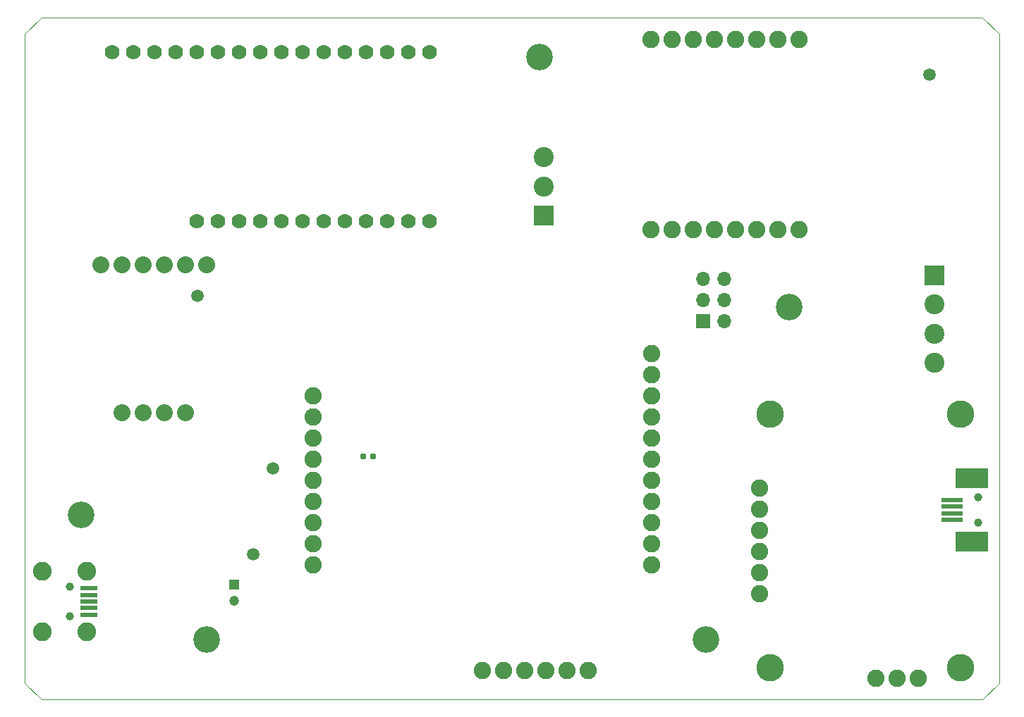
<source format=gbr>
%TF.GenerationSoftware,KiCad,Pcbnew,7.0.5*%
%TF.CreationDate,2023-07-20T14:33:04+01:00*%
%TF.ProjectId,EmotionalCities_v.1.1,456d6f74-696f-46e6-916c-436974696573,rev?*%
%TF.SameCoordinates,PX76109c0PY3c14dc0*%
%TF.FileFunction,Soldermask,Bot*%
%TF.FilePolarity,Negative*%
%FSLAX45Y45*%
G04 Gerber Fmt 4.5, Leading zero omitted, Abs format (unit mm)*
G04 Created by KiCad (PCBNEW 7.0.5) date 2023-07-20 14:33:04*
%MOMM*%
%LPD*%
G01*
G04 APERTURE LIST*
G04 Aperture macros list*
%AMRoundRect*
0 Rectangle with rounded corners*
0 $1 Rounding radius*
0 $2 $3 $4 $5 $6 $7 $8 $9 X,Y pos of 4 corners*
0 Add a 4 corners polygon primitive as box body*
4,1,4,$2,$3,$4,$5,$6,$7,$8,$9,$2,$3,0*
0 Add four circle primitives for the rounded corners*
1,1,$1+$1,$2,$3*
1,1,$1+$1,$4,$5*
1,1,$1+$1,$6,$7*
1,1,$1+$1,$8,$9*
0 Add four rect primitives between the rounded corners*
20,1,$1+$1,$2,$3,$4,$5,0*
20,1,$1+$1,$4,$5,$6,$7,0*
20,1,$1+$1,$6,$7,$8,$9,0*
20,1,$1+$1,$8,$9,$2,$3,0*%
G04 Aperture macros list end*
%ADD10C,1.500000*%
%ADD11C,3.200000*%
%ADD12R,1.200000X1.200000*%
%ADD13C,1.200000*%
%ADD14C,1.000000*%
%ADD15R,2.000000X0.500000*%
%ADD16C,2.250000*%
%ADD17RoundRect,0.160000X-0.197500X-0.160000X0.197500X-0.160000X0.197500X0.160000X-0.197500X0.160000X0*%
%ADD18C,3.302000*%
%ADD19C,2.082800*%
%ADD20R,2.500000X0.550000*%
%ADD21RoundRect,0.096000X-1.854000X1.104000X-1.854000X-1.104000X1.854000X-1.104000X1.854000X1.104000X0*%
%ADD22C,2.032000*%
%ADD23R,1.700000X1.700000*%
%ADD24O,1.700000X1.700000*%
%ADD25R,2.400000X2.400000*%
%ADD26C,2.400000*%
%ADD27C,1.778000*%
%TA.AperFunction,Profile*%
%ADD28C,0.076200*%
%TD*%
G04 APERTURE END LIST*
D10*
%TO.C,+3V3_tp1*%
X2070000Y-3350000D03*
%TD*%
%TO.C,+5V_tp1*%
X2745000Y-6450000D03*
%TD*%
%TO.C,GND_tp1*%
X2980000Y-5420000D03*
%TD*%
%TO.C,GND_tp2*%
X10860000Y-690000D03*
%TD*%
D11*
%TO.C,H5*%
X680000Y-5980000D03*
%TD*%
D12*
%TO.C,C39*%
X2514263Y-6815414D03*
D13*
X2514263Y-7015414D03*
%TD*%
D14*
%TO.C,J1*%
X544525Y-7195110D03*
X544525Y-6845110D03*
D15*
X769525Y-7180110D03*
X769525Y-7100110D03*
X769525Y-7020110D03*
X769525Y-6940110D03*
X769525Y-6860110D03*
D16*
X214525Y-7385110D03*
X744525Y-7385110D03*
X214525Y-6655110D03*
X744525Y-6655110D03*
%TD*%
D17*
%TO.C,R15*%
X4062771Y-5278759D03*
X4182271Y-5278759D03*
%TD*%
D18*
%TO.C,U1*%
X8952000Y-7814000D03*
X11238000Y-7814000D03*
X8952000Y-4766000D03*
X11238000Y-4766000D03*
D19*
X10730000Y-7941000D03*
X10476000Y-7941000D03*
X10222000Y-7941000D03*
X8825000Y-6925000D03*
X8825000Y-6671000D03*
X8825000Y-6417000D03*
X8825000Y-6163000D03*
X8825000Y-5909000D03*
X8825000Y-5655000D03*
%TD*%
D14*
%TO.C,U7*%
X11450000Y-5770000D03*
X11450000Y-6070000D03*
D20*
X11130000Y-5800000D03*
X11130000Y-5880000D03*
X11130000Y-5960000D03*
X11130000Y-6040000D03*
D21*
X11370000Y-5535000D03*
X11370000Y-6305000D03*
%TD*%
D19*
%TO.C,U4*%
X3464000Y-6579758D03*
X3464000Y-6325758D03*
X3464000Y-6071758D03*
X3464000Y-5817758D03*
X3464000Y-5563759D03*
X3464000Y-5309759D03*
X3464000Y-5055759D03*
X3464000Y-4801759D03*
X3464000Y-4547759D03*
X7528000Y-4039758D03*
X7528000Y-4293759D03*
X7528000Y-4547759D03*
X7528000Y-4801759D03*
X7528000Y-5055759D03*
X7528000Y-5309759D03*
X7528000Y-5563759D03*
X7528000Y-5817758D03*
X7528000Y-6071758D03*
X7528000Y-6325758D03*
X7528000Y-6579758D03*
X6766000Y-7847218D03*
X6512000Y-7847218D03*
X6258000Y-7847218D03*
X6004000Y-7847218D03*
X5750000Y-7847218D03*
X5496000Y-7847218D03*
%TD*%
%TO.C,U2*%
X9296297Y-2551327D03*
X9042297Y-2551327D03*
X8788297Y-2551327D03*
X8534297Y-2551327D03*
X8280297Y-2551327D03*
X8026297Y-2551327D03*
X7772297Y-2551327D03*
X7518297Y-2551327D03*
X7518297Y-265327D03*
X7772297Y-265327D03*
X8026297Y-265327D03*
X8280297Y-265327D03*
X8534297Y-265327D03*
X8788297Y-265327D03*
X9042297Y-265327D03*
X9296297Y-265327D03*
%TD*%
D11*
%TO.C,H1*%
X2180000Y-7480000D03*
%TD*%
D22*
%TO.C,U3*%
X1168263Y-4753414D03*
X1422263Y-4753414D03*
X1676263Y-4753414D03*
X1930263Y-4753414D03*
X914263Y-2975414D03*
X1168263Y-2975414D03*
X1422263Y-2975414D03*
X1676263Y-2975414D03*
X1930263Y-2975414D03*
X2184263Y-2975414D03*
%TD*%
D23*
%TO.C,PDI1*%
X8140737Y-3654586D03*
D24*
X8394737Y-3654586D03*
X8140737Y-3400586D03*
X8394737Y-3400586D03*
X8140737Y-3146586D03*
X8394737Y-3146586D03*
%TD*%
D11*
%TO.C,H3*%
X8180000Y-7480000D03*
%TD*%
D25*
%TO.C,J4*%
X6230000Y-2380000D03*
D26*
X6230000Y-2030000D03*
X6230000Y-1680000D03*
%TD*%
D25*
%TO.C,J3*%
X10925000Y-3100000D03*
D26*
X10925000Y-3450000D03*
X10925000Y-3800000D03*
X10925000Y-4150000D03*
%TD*%
D27*
%TO.C,U5*%
X1050263Y-415414D03*
X1304263Y-415414D03*
X1558263Y-415414D03*
X1812263Y-415414D03*
X2066263Y-415414D03*
X2320263Y-415414D03*
X2574263Y-415414D03*
X2828263Y-415414D03*
X3082263Y-415414D03*
X3336263Y-415414D03*
X3590263Y-415414D03*
X3844263Y-415414D03*
X4098263Y-415414D03*
X4352263Y-415414D03*
X4606263Y-415414D03*
X4860263Y-415414D03*
X4860263Y-2447414D03*
X4606263Y-2447414D03*
X4352263Y-2447414D03*
X4098263Y-2447414D03*
X3844263Y-2447414D03*
X3590263Y-2447414D03*
X3336263Y-2447414D03*
X3082263Y-2447414D03*
X2828263Y-2447414D03*
X2574263Y-2447414D03*
X2320263Y-2447414D03*
X2066263Y-2447414D03*
%TD*%
D11*
%TO.C,H4*%
X6180000Y-480000D03*
%TD*%
%TO.C,H2*%
X9180000Y-3480000D03*
%TD*%
D28*
X200000Y0D02*
X11500000Y0D01*
X200000Y-8200000D02*
X11500000Y-8200000D01*
X0Y-8000000D02*
X0Y-200000D01*
X11500000Y0D02*
X11700000Y-200000D01*
X11700000Y-200000D02*
X11700000Y-8000000D01*
X11700000Y-8000000D02*
X11500000Y-8200000D01*
X200000Y0D02*
X0Y-200000D01*
X0Y-8000000D02*
X200000Y-8200000D01*
M02*

</source>
